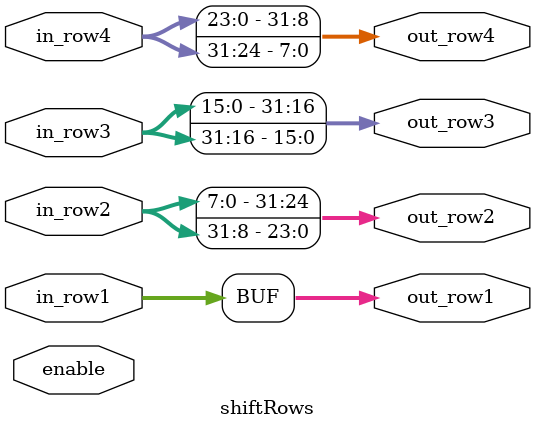
<source format=v>
`timescale 1ns / 1ps

module shiftRows(in_row1, in_row2, in_row3, in_row4, enable, out_row1, out_row2, out_row3, out_row4) ;

    input [31 : 0] in_row1, in_row2, in_row3, in_row4;
    input enable;
    output reg [31 : 0] out_row1, out_row2, out_row3, out_row4;

    // reg [31 : 0] temp1, temp2, temp3, temp4;

always @(enable) begin

    out_row1[31:24] <= in_row1[31:24];
    out_row1[23:16] <= in_row1[23:16];
    out_row1[15:8] <= in_row1[15:8];
    out_row1[7:0] <= in_row1[7:0];

    out_row2[31:24] <= in_row2[7:0];
    out_row2[23:16] <= in_row2[31:24];
    out_row2[15:8] <= in_row2[23:16];
    out_row2[7:0] <= in_row2[15:8];

    out_row3[31:24] <= in_row3[15:8];
    out_row3[23:16] <= in_row3[7:0];
    out_row3[15:8] <= in_row3[31:24];
    out_row3[7:0] <= in_row3[23:16];

    out_row4[31:24] <= in_row4[23:16];
    out_row4[23:16] <= in_row4[15:8];
    out_row4[15:8] <= in_row4[7:0];
    out_row4[7:0] <= in_row4[31:24];

end
endmodule
    
// always @(enable) begin
//     temp1 <= in_row1;
//     temp2 <= in_row2;
//     temp3 <= in_row3;
//     temp4 <= in_row4;
//     case (row)
//         1 : begin
//             out_row1 <= temp1;
//             out_row2 <= temp2;
//             out_row3 <= temp3;
//             out_row4 <= temp4;
//         end
//         2 : begin
//             out_row1 <= temp2;
//             out_row2 <= temp3;
//             out_row3 <= temp4;
//             out_row4 <= temp1;
//         end
//         3 : begin
//             out_row1 <= temp3;
//             out_row2 <= temp4;
//             out_row3 <= temp1;
//             out_row4 <= temp2;
//         end
//         4 : begin
//             out_row1 <= temp4;
//             out_row2 <= temp1;
//             out_row3 <= temp2;
//             out_row4 <= temp3;
//         end
//     endcase
// end
// endmodule
</source>
